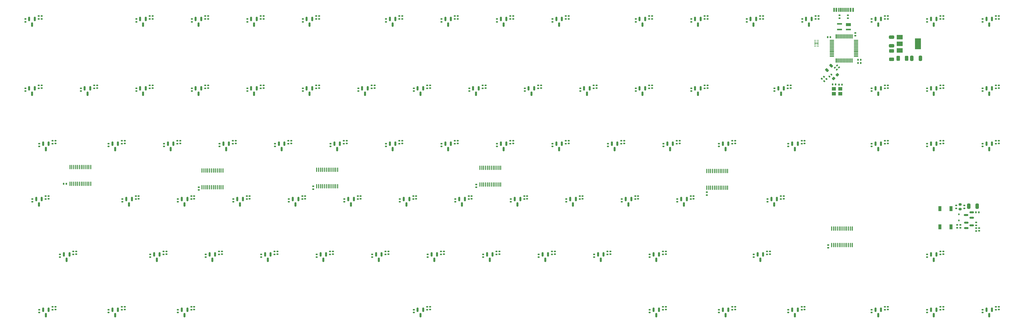
<source format=gbr>
%TF.GenerationSoftware,KiCad,Pcbnew,7.0.6*%
%TF.CreationDate,2024-01-18T22:37:56+01:00*%
%TF.ProjectId,Arius8X-HE,41726975-7338-4582-9d48-452e6b696361,rev?*%
%TF.SameCoordinates,Original*%
%TF.FileFunction,Paste,Bot*%
%TF.FilePolarity,Positive*%
%FSLAX46Y46*%
G04 Gerber Fmt 4.6, Leading zero omitted, Abs format (unit mm)*
G04 Created by KiCad (PCBNEW 7.0.6) date 2024-01-18 22:37:56*
%MOMM*%
%LPD*%
G01*
G04 APERTURE LIST*
G04 Aperture macros list*
%AMRoundRect*
0 Rectangle with rounded corners*
0 $1 Rounding radius*
0 $2 $3 $4 $5 $6 $7 $8 $9 X,Y pos of 4 corners*
0 Add a 4 corners polygon primitive as box body*
4,1,4,$2,$3,$4,$5,$6,$7,$8,$9,$2,$3,0*
0 Add four circle primitives for the rounded corners*
1,1,$1+$1,$2,$3*
1,1,$1+$1,$4,$5*
1,1,$1+$1,$6,$7*
1,1,$1+$1,$8,$9*
0 Add four rect primitives between the rounded corners*
20,1,$1+$1,$2,$3,$4,$5,0*
20,1,$1+$1,$4,$5,$6,$7,0*
20,1,$1+$1,$6,$7,$8,$9,0*
20,1,$1+$1,$8,$9,$2,$3,0*%
G04 Aperture macros list end*
%ADD10R,1.700000X1.000000*%
%ADD11R,1.700000X0.600000*%
%ADD12RoundRect,0.150000X-0.150000X0.587500X-0.150000X-0.587500X0.150000X-0.587500X0.150000X0.587500X0*%
%ADD13RoundRect,0.135000X-0.185000X0.135000X-0.185000X-0.135000X0.185000X-0.135000X0.185000X0.135000X0*%
%ADD14RoundRect,0.140000X-0.170000X0.140000X-0.170000X-0.140000X0.170000X-0.140000X0.170000X0.140000X0*%
%ADD15RoundRect,0.250000X-0.325000X-0.650000X0.325000X-0.650000X0.325000X0.650000X-0.325000X0.650000X0*%
%ADD16RoundRect,0.140000X0.170000X-0.140000X0.170000X0.140000X-0.170000X0.140000X-0.170000X-0.140000X0*%
%ADD17RoundRect,0.140000X0.140000X0.170000X-0.140000X0.170000X-0.140000X-0.170000X0.140000X-0.170000X0*%
%ADD18RoundRect,0.140000X0.021213X-0.219203X0.219203X-0.021213X-0.021213X0.219203X-0.219203X0.021213X0*%
%ADD19RoundRect,0.140000X-0.219203X-0.021213X-0.021213X-0.219203X0.219203X0.021213X0.021213X0.219203X0*%
%ADD20RoundRect,0.150000X-0.587500X-0.150000X0.587500X-0.150000X0.587500X0.150000X-0.587500X0.150000X0*%
%ADD21RoundRect,0.135000X0.185000X-0.135000X0.185000X0.135000X-0.185000X0.135000X-0.185000X-0.135000X0*%
%ADD22R,0.675000X0.200000*%
%ADD23R,0.775000X0.400000*%
%ADD24R,2.000000X1.500000*%
%ADD25R,2.000000X3.800000*%
%ADD26R,1.000000X1.700000*%
%ADD27RoundRect,0.100000X-0.100000X0.637500X-0.100000X-0.637500X0.100000X-0.637500X0.100000X0.637500X0*%
%ADD28RoundRect,0.250000X0.325000X0.650000X-0.325000X0.650000X-0.325000X-0.650000X0.325000X-0.650000X0*%
%ADD29R,1.400000X1.200000*%
%ADD30RoundRect,0.140000X-0.140000X-0.170000X0.140000X-0.170000X0.140000X0.170000X-0.140000X0.170000X0*%
%ADD31RoundRect,0.135000X0.035355X-0.226274X0.226274X-0.035355X-0.035355X0.226274X-0.226274X0.035355X0*%
%ADD32RoundRect,0.075000X0.075000X-0.662500X0.075000X0.662500X-0.075000X0.662500X-0.075000X-0.662500X0*%
%ADD33RoundRect,0.075000X0.662500X-0.075000X0.662500X0.075000X-0.662500X0.075000X-0.662500X-0.075000X0*%
%ADD34RoundRect,0.237500X0.008839X0.344715X-0.344715X-0.008839X-0.008839X-0.344715X0.344715X0.008839X0*%
%ADD35RoundRect,0.135000X-0.135000X-0.185000X0.135000X-0.185000X0.135000X0.185000X-0.135000X0.185000X0*%
%ADD36R,0.600000X1.450000*%
%ADD37R,0.300000X1.450000*%
%ADD38RoundRect,0.150000X0.587500X0.150000X-0.587500X0.150000X-0.587500X-0.150000X0.587500X-0.150000X0*%
%ADD39RoundRect,0.218750X0.114905X-0.424264X0.424264X-0.114905X-0.114905X0.424264X-0.424264X0.114905X0*%
%ADD40RoundRect,0.112500X-0.112500X0.187500X-0.112500X-0.187500X0.112500X-0.187500X0.112500X0.187500X0*%
%ADD41RoundRect,0.200000X0.275000X-0.200000X0.275000X0.200000X-0.275000X0.200000X-0.275000X-0.200000X0*%
%ADD42RoundRect,0.250000X-0.650000X0.325000X-0.650000X-0.325000X0.650000X-0.325000X0.650000X0.325000X0*%
%ADD43RoundRect,0.135000X-0.035355X0.226274X-0.226274X0.035355X0.035355X-0.226274X0.226274X-0.035355X0*%
%ADD44RoundRect,0.250000X-0.625000X0.312500X-0.625000X-0.312500X0.625000X-0.312500X0.625000X0.312500X0*%
%ADD45RoundRect,0.250000X0.312500X0.625000X-0.312500X0.625000X-0.312500X-0.625000X0.312500X-0.625000X0*%
G04 APERTURE END LIST*
D10*
%TO.C,U9*%
X332320000Y-77970000D03*
D11*
X332320000Y-79670000D03*
X329320000Y-79670000D03*
X329320000Y-77770000D03*
%TD*%
D12*
%TO.C,HALL34*%
X55892500Y-118945000D03*
X56842500Y-120820000D03*
X57792500Y-118945000D03*
%TD*%
D13*
%TO.C,R87*%
X363942500Y-175075000D03*
X363942500Y-176095000D03*
%TD*%
D14*
%TO.C,C104*%
X236355000Y-117925000D03*
X236355000Y-118885000D03*
%TD*%
D12*
%TO.C,HALL13*%
X317830000Y-76082500D03*
X318780000Y-77957500D03*
X319730000Y-76082500D03*
%TD*%
%TO.C,HALL17*%
X51130000Y-99895000D03*
X52080000Y-101770000D03*
X53030000Y-99895000D03*
%TD*%
D15*
%TO.C,C191*%
X373635000Y-140462000D03*
X376585000Y-140462000D03*
%TD*%
D13*
%TO.C,R15*%
X321080000Y-75062500D03*
X321080000Y-76082500D03*
%TD*%
D14*
%TO.C,C182*%
X293505000Y-175075000D03*
X293505000Y-176035000D03*
%TD*%
D13*
%TO.C,R27*%
X206780000Y-98875000D03*
X206780000Y-99895000D03*
%TD*%
D14*
%TO.C,C108*%
X274455000Y-117925000D03*
X274455000Y-118885000D03*
%TD*%
D12*
%TO.C,HALL55*%
X141617500Y-137995000D03*
X142567500Y-139870000D03*
X143517500Y-137995000D03*
%TD*%
%TO.C,HALL32*%
X360692500Y-99895000D03*
X361642500Y-101770000D03*
X362592500Y-99895000D03*
%TD*%
D16*
%TO.C,C185*%
X340292500Y-177055000D03*
X340292500Y-176095000D03*
%TD*%
D14*
%TO.C,C66*%
X188730000Y-98875000D03*
X188730000Y-99835000D03*
%TD*%
D16*
%TO.C,C103*%
X230755000Y-119905000D03*
X230755000Y-118945000D03*
%TD*%
D13*
%TO.C,R8*%
X178205000Y-75062500D03*
X178205000Y-76082500D03*
%TD*%
D16*
%TO.C,C83*%
X378392500Y-100855000D03*
X378392500Y-99895000D03*
%TD*%
D12*
%TO.C,HALL77*%
X55892500Y-176095000D03*
X56842500Y-177970000D03*
X57792500Y-176095000D03*
%TD*%
D16*
%TO.C,C111*%
X311717500Y-119905000D03*
X311717500Y-118945000D03*
%TD*%
D13*
%TO.C,R60*%
X202017500Y-136975000D03*
X202017500Y-137995000D03*
%TD*%
D14*
%TO.C,C122*%
X88717500Y-136975000D03*
X88717500Y-137935000D03*
%TD*%
D13*
%TO.C,R66*%
X66286250Y-156025000D03*
X66286250Y-157045000D03*
%TD*%
D12*
%TO.C,HALL4*%
X127330000Y-76082500D03*
X128280000Y-77957500D03*
X129230000Y-76082500D03*
%TD*%
D16*
%TO.C,C143*%
X304573750Y-138955000D03*
X304573750Y-137995000D03*
%TD*%
D14*
%TO.C,C64*%
X169680000Y-98875000D03*
X169680000Y-99835000D03*
%TD*%
D13*
%TO.C,R38*%
X102005000Y-117925000D03*
X102005000Y-118945000D03*
%TD*%
D14*
%TO.C,C166*%
X269692500Y-156025000D03*
X269692500Y-156985000D03*
%TD*%
D13*
%TO.C,R48*%
X292505000Y-117925000D03*
X292505000Y-118945000D03*
%TD*%
D16*
%TO.C,C121*%
X83117500Y-138955000D03*
X83117500Y-137995000D03*
%TD*%
D17*
%TO.C,C6*%
X326180000Y-82350000D03*
X325220000Y-82350000D03*
%TD*%
D14*
%TO.C,C176*%
X107767500Y-175075000D03*
X107767500Y-176035000D03*
%TD*%
D16*
%TO.C,C45*%
X340292500Y-77042500D03*
X340292500Y-76082500D03*
%TD*%
D12*
%TO.C,HALL59*%
X217817500Y-137995000D03*
X218767500Y-139870000D03*
X219717500Y-137995000D03*
%TD*%
D16*
%TO.C,C169*%
X359342500Y-158005000D03*
X359342500Y-157045000D03*
%TD*%
%TO.C,C91*%
X116455000Y-119905000D03*
X116455000Y-118945000D03*
%TD*%
D14*
%TO.C,C114*%
X345892500Y-117925000D03*
X345892500Y-118885000D03*
%TD*%
D16*
%TO.C,C157*%
X187892500Y-158005000D03*
X187892500Y-157045000D03*
%TD*%
D12*
%TO.C,HALL86*%
X379742500Y-176095000D03*
X380692500Y-177970000D03*
X381642500Y-176095000D03*
%TD*%
%TO.C,HALL8*%
X213055000Y-76082500D03*
X214005000Y-77957500D03*
X214955000Y-76082500D03*
%TD*%
D18*
%TO.C,C11*%
X325835589Y-95864411D03*
X326514411Y-95185589D03*
%TD*%
D16*
%TO.C,C89*%
X97405000Y-119905000D03*
X97405000Y-118945000D03*
%TD*%
D14*
%TO.C,C96*%
X160155000Y-117925000D03*
X160155000Y-118885000D03*
%TD*%
D13*
%TO.C,R9*%
X197255000Y-75062500D03*
X197255000Y-76082500D03*
%TD*%
D16*
%TO.C,C129*%
X159317500Y-138955000D03*
X159317500Y-137995000D03*
%TD*%
D13*
%TO.C,R46*%
X254405000Y-117925000D03*
X254405000Y-118945000D03*
%TD*%
D14*
%TO.C,C86*%
X60142500Y-117925000D03*
X60142500Y-118885000D03*
%TD*%
D13*
%TO.C,R20*%
X73430000Y-98875000D03*
X73430000Y-99895000D03*
%TD*%
D12*
%TO.C,HALL64*%
X63036250Y-157045000D03*
X63986250Y-158920000D03*
X64936250Y-157045000D03*
%TD*%
D16*
%TO.C,C41*%
X297430000Y-77042500D03*
X297430000Y-76082500D03*
%TD*%
D14*
%TO.C,C34*%
X217305000Y-75062500D03*
X217305000Y-76022500D03*
%TD*%
D12*
%TO.C,HALL35*%
X79705000Y-118945000D03*
X80655000Y-120820000D03*
X81605000Y-118945000D03*
%TD*%
D14*
%TO.C,C17*%
X109370000Y-133950000D03*
X109370000Y-134910000D03*
%TD*%
D12*
%TO.C,HALL42*%
X213055000Y-118945000D03*
X214005000Y-120820000D03*
X214955000Y-118945000D03*
%TD*%
D19*
%TO.C,C9*%
X328485589Y-92085589D03*
X329164411Y-92764411D03*
%TD*%
D12*
%TO.C,HALL21*%
X127330000Y-99895000D03*
X128280000Y-101770000D03*
X129230000Y-99895000D03*
%TD*%
D14*
%TO.C,C130*%
X164917500Y-136975000D03*
X164917500Y-137935000D03*
%TD*%
D12*
%TO.C,HALL3*%
X108280000Y-76082500D03*
X109230000Y-77957500D03*
X110180000Y-76082500D03*
%TD*%
D13*
%TO.C,R39*%
X121055000Y-117925000D03*
X121055000Y-118945000D03*
%TD*%
D14*
%TO.C,C124*%
X107767500Y-136975000D03*
X107767500Y-137935000D03*
%TD*%
D13*
%TO.C,R17*%
X363942500Y-75062500D03*
X363942500Y-76082500D03*
%TD*%
D14*
%TO.C,C58*%
X112530000Y-98875000D03*
X112530000Y-99835000D03*
%TD*%
D20*
%TO.C,Q2*%
X372802500Y-148016000D03*
X372802500Y-146116000D03*
X374677500Y-147066000D03*
%TD*%
D12*
%TO.C,HALL20*%
X108280000Y-99895000D03*
X109230000Y-101770000D03*
X110180000Y-99895000D03*
%TD*%
D16*
%TO.C,C147*%
X92642500Y-158005000D03*
X92642500Y-157045000D03*
%TD*%
D19*
%TO.C,C10*%
X327735589Y-92835589D03*
X328414411Y-93514411D03*
%TD*%
D16*
%TO.C,C155*%
X168842500Y-158005000D03*
X168842500Y-157045000D03*
%TD*%
%TO.C,C73*%
X259330000Y-100855000D03*
X259330000Y-99895000D03*
%TD*%
D21*
%TO.C,R2*%
X332210000Y-75800000D03*
X332210000Y-74780000D03*
%TD*%
D16*
%TO.C,C131*%
X178367500Y-138955000D03*
X178367500Y-137995000D03*
%TD*%
D13*
%TO.C,R34*%
X363942500Y-98875000D03*
X363942500Y-99895000D03*
%TD*%
D16*
%TO.C,C105*%
X249805000Y-119905000D03*
X249805000Y-118945000D03*
%TD*%
D14*
%TO.C,C102*%
X217305000Y-117925000D03*
X217305000Y-118885000D03*
%TD*%
D12*
%TO.C,HALL2*%
X89230000Y-76082500D03*
X90180000Y-77957500D03*
X91130000Y-76082500D03*
%TD*%
D13*
%TO.C,R45*%
X235355000Y-117925000D03*
X235355000Y-118945000D03*
%TD*%
D14*
%TO.C,C24*%
X112530000Y-75062500D03*
X112530000Y-76022500D03*
%TD*%
D13*
%TO.C,R36*%
X59142500Y-117925000D03*
X59142500Y-118945000D03*
%TD*%
D14*
%TO.C,C164*%
X250642500Y-156025000D03*
X250642500Y-156985000D03*
%TD*%
D12*
%TO.C,HALL38*%
X136855000Y-118945000D03*
X137805000Y-120820000D03*
X138755000Y-118945000D03*
%TD*%
%TO.C,HALL83*%
X313067500Y-176095000D03*
X314017500Y-177970000D03*
X314967500Y-176095000D03*
%TD*%
D22*
%TO.C,U1*%
X320950000Y-85440000D03*
X320950000Y-84940000D03*
D23*
X321000000Y-84440000D03*
D22*
X320950000Y-83940000D03*
X320950000Y-83440000D03*
X321825000Y-83440000D03*
X321825000Y-83940000D03*
D23*
X321775000Y-84440000D03*
D22*
X321825000Y-84940000D03*
X321825000Y-85440000D03*
%TD*%
D12*
%TO.C,HALL65*%
X93992500Y-157045000D03*
X94942500Y-158920000D03*
X95892500Y-157045000D03*
%TD*%
D13*
%TO.C,R72*%
X192492500Y-156025000D03*
X192492500Y-157045000D03*
%TD*%
D24*
%TO.C,U10*%
X349943750Y-86875000D03*
X349943750Y-84575000D03*
D25*
X356243750Y-84575000D03*
D24*
X349943750Y-82275000D03*
%TD*%
D13*
%TO.C,R49*%
X316317500Y-117925000D03*
X316317500Y-118945000D03*
%TD*%
D12*
%TO.C,HALL85*%
X360692500Y-176095000D03*
X361642500Y-177970000D03*
X362592500Y-176095000D03*
%TD*%
D21*
%TO.C,R1*%
X329320000Y-75800000D03*
X329320000Y-74780000D03*
%TD*%
D13*
%TO.C,R61*%
X221067500Y-136975000D03*
X221067500Y-137995000D03*
%TD*%
D12*
%TO.C,HALL40*%
X174955000Y-118945000D03*
X175905000Y-120820000D03*
X176855000Y-118945000D03*
%TD*%
D16*
%TO.C,C153*%
X149792500Y-158005000D03*
X149792500Y-157045000D03*
%TD*%
D12*
%TO.C,HALL47*%
X313067500Y-118945000D03*
X314017500Y-120820000D03*
X314967500Y-118945000D03*
%TD*%
%TO.C,HALL7*%
X194005000Y-76082500D03*
X194955000Y-77957500D03*
X195905000Y-76082500D03*
%TD*%
D14*
%TO.C,C78*%
X312555000Y-98875000D03*
X312555000Y-99835000D03*
%TD*%
D16*
%TO.C,C151*%
X130742500Y-158005000D03*
X130742500Y-157045000D03*
%TD*%
%TO.C,C27*%
X145030000Y-77042500D03*
X145030000Y-76082500D03*
%TD*%
D13*
%TO.C,R77*%
X304411250Y-156025000D03*
X304411250Y-157045000D03*
%TD*%
%TO.C,R63*%
X259167500Y-136975000D03*
X259167500Y-137995000D03*
%TD*%
D12*
%TO.C,HALL81*%
X265442500Y-176095000D03*
X266392500Y-177970000D03*
X267342500Y-176095000D03*
%TD*%
D16*
%TO.C,C135*%
X216467500Y-138955000D03*
X216467500Y-137995000D03*
%TD*%
%TO.C,C53*%
X68830000Y-100855000D03*
X68830000Y-99895000D03*
%TD*%
%TO.C,C79*%
X340292500Y-100855000D03*
X340292500Y-99895000D03*
%TD*%
D13*
%TO.C,R50*%
X344892500Y-117925000D03*
X344892500Y-118945000D03*
%TD*%
D26*
%TO.C,SW1*%
X363790000Y-141320000D03*
X363790000Y-147620000D03*
X367590000Y-141320000D03*
X367590000Y-147620000D03*
%TD*%
D13*
%TO.C,R44*%
X216305000Y-117925000D03*
X216305000Y-118945000D03*
%TD*%
D16*
%TO.C,C67*%
X202180000Y-100855000D03*
X202180000Y-99895000D03*
%TD*%
D14*
%TO.C,C92*%
X122055000Y-117925000D03*
X122055000Y-118885000D03*
%TD*%
%TO.C,C80*%
X345892500Y-98875000D03*
X345892500Y-99835000D03*
%TD*%
D12*
%TO.C,HALL79*%
X103517500Y-176095000D03*
X104467500Y-177970000D03*
X105417500Y-176095000D03*
%TD*%
D27*
%TO.C,U4*%
X110480000Y-128225000D03*
X111130000Y-128225000D03*
X111780000Y-128225000D03*
X112430000Y-128225000D03*
X113080000Y-128225000D03*
X113730000Y-128225000D03*
X114380000Y-128225000D03*
X115030000Y-128225000D03*
X115680000Y-128225000D03*
X116330000Y-128225000D03*
X116980000Y-128225000D03*
X117630000Y-128225000D03*
X117630000Y-133950000D03*
X116980000Y-133950000D03*
X116330000Y-133950000D03*
X115680000Y-133950000D03*
X115030000Y-133950000D03*
X114380000Y-133950000D03*
X113730000Y-133950000D03*
X113080000Y-133950000D03*
X112430000Y-133950000D03*
X111780000Y-133950000D03*
X111130000Y-133950000D03*
X110480000Y-133950000D03*
%TD*%
D13*
%TO.C,R69*%
X135342500Y-156025000D03*
X135342500Y-157045000D03*
%TD*%
D14*
%TO.C,C94*%
X141105000Y-117925000D03*
X141105000Y-118885000D03*
%TD*%
D27*
%TO.C,U7*%
X283750000Y-128375000D03*
X284400000Y-128375000D03*
X285050000Y-128375000D03*
X285700000Y-128375000D03*
X286350000Y-128375000D03*
X287000000Y-128375000D03*
X287650000Y-128375000D03*
X288300000Y-128375000D03*
X288950000Y-128375000D03*
X289600000Y-128375000D03*
X290250000Y-128375000D03*
X290900000Y-128375000D03*
X290900000Y-134100000D03*
X290250000Y-134100000D03*
X289600000Y-134100000D03*
X288950000Y-134100000D03*
X288300000Y-134100000D03*
X287650000Y-134100000D03*
X287000000Y-134100000D03*
X286350000Y-134100000D03*
X285700000Y-134100000D03*
X285050000Y-134100000D03*
X284400000Y-134100000D03*
X283750000Y-134100000D03*
%TD*%
D12*
%TO.C,HALL15*%
X360692500Y-76082500D03*
X361642500Y-77957500D03*
X362592500Y-76082500D03*
%TD*%
D16*
%TO.C,C179*%
X264092500Y-177055000D03*
X264092500Y-176095000D03*
%TD*%
D13*
%TO.C,R74*%
X230592500Y-156025000D03*
X230592500Y-157045000D03*
%TD*%
D28*
%TO.C,C2*%
X357075000Y-89600000D03*
X354125000Y-89600000D03*
%TD*%
D14*
%TO.C,C60*%
X131580000Y-98875000D03*
X131580000Y-99835000D03*
%TD*%
D12*
%TO.C,HALL25*%
X203530000Y-99895000D03*
X204480000Y-101770000D03*
X205430000Y-99895000D03*
%TD*%
D14*
%TO.C,C26*%
X131580000Y-75062500D03*
X131580000Y-76022500D03*
%TD*%
D12*
%TO.C,HALL58*%
X198767500Y-137995000D03*
X199717500Y-139870000D03*
X200667500Y-137995000D03*
%TD*%
D29*
%TO.C,Y1*%
X329522500Y-101777500D03*
X327322500Y-101777500D03*
X327322500Y-100077500D03*
X329522500Y-100077500D03*
%TD*%
D16*
%TO.C,C7*%
X334700000Y-81825000D03*
X334700000Y-80865000D03*
%TD*%
D13*
%TO.C,R23*%
X130580000Y-98875000D03*
X130580000Y-99895000D03*
%TD*%
D16*
%TO.C,C187*%
X359342500Y-177055000D03*
X359342500Y-176095000D03*
%TD*%
D14*
%TO.C,C20*%
X55380000Y-75062500D03*
X55380000Y-76022500D03*
%TD*%
D16*
%TO.C,C109*%
X287905000Y-119905000D03*
X287905000Y-118945000D03*
%TD*%
D14*
%TO.C,C70*%
X226830000Y-98875000D03*
X226830000Y-99835000D03*
%TD*%
D30*
%TO.C,C8*%
X335645000Y-90100000D03*
X336605000Y-90100000D03*
%TD*%
D16*
%TO.C,C113*%
X340292500Y-119905000D03*
X340292500Y-118945000D03*
%TD*%
D27*
%TO.C,U5*%
X149850000Y-127925000D03*
X150500000Y-127925000D03*
X151150000Y-127925000D03*
X151800000Y-127925000D03*
X152450000Y-127925000D03*
X153100000Y-127925000D03*
X153750000Y-127925000D03*
X154400000Y-127925000D03*
X155050000Y-127925000D03*
X155700000Y-127925000D03*
X156350000Y-127925000D03*
X157000000Y-127925000D03*
X157000000Y-133650000D03*
X156350000Y-133650000D03*
X155700000Y-133650000D03*
X155050000Y-133650000D03*
X154400000Y-133650000D03*
X153750000Y-133650000D03*
X153100000Y-133650000D03*
X152450000Y-133650000D03*
X151800000Y-133650000D03*
X151150000Y-133650000D03*
X150500000Y-133650000D03*
X149850000Y-133650000D03*
%TD*%
D16*
%TO.C,C101*%
X211705000Y-119905000D03*
X211705000Y-118945000D03*
%TD*%
D13*
%TO.C,R13*%
X282980000Y-75062500D03*
X282980000Y-76082500D03*
%TD*%
%TO.C,R67*%
X97242500Y-156025000D03*
X97242500Y-157045000D03*
%TD*%
D16*
%TO.C,C97*%
X173605000Y-119905000D03*
X173605000Y-118945000D03*
%TD*%
D14*
%TO.C,C82*%
X364942500Y-98875000D03*
X364942500Y-99835000D03*
%TD*%
D13*
%TO.C,R64*%
X278217500Y-136975000D03*
X278217500Y-137995000D03*
%TD*%
D14*
%TO.C,C144*%
X310173750Y-136975000D03*
X310173750Y-137935000D03*
%TD*%
D31*
%TO.C,R97*%
X323214376Y-96635624D03*
X323935624Y-95914376D03*
%TD*%
D12*
%TO.C,HALL84*%
X341642500Y-176095000D03*
X342592500Y-177970000D03*
X343542500Y-176095000D03*
%TD*%
D16*
%TO.C,C31*%
X192655000Y-77042500D03*
X192655000Y-76082500D03*
%TD*%
D13*
%TO.C,R14*%
X302030000Y-75062500D03*
X302030000Y-76082500D03*
%TD*%
D14*
%TO.C,C14*%
X204590000Y-133000000D03*
X204590000Y-133960000D03*
%TD*%
D16*
%TO.C,C139*%
X254567500Y-138955000D03*
X254567500Y-137995000D03*
%TD*%
D14*
%TO.C,C118*%
X383992500Y-117925000D03*
X383992500Y-118885000D03*
%TD*%
%TO.C,C30*%
X179205000Y-75062500D03*
X179205000Y-76022500D03*
%TD*%
%TO.C,C36*%
X236355000Y-75062500D03*
X236355000Y-76022500D03*
%TD*%
%TO.C,C52*%
X55380000Y-98875000D03*
X55380000Y-99835000D03*
%TD*%
%TO.C,C162*%
X231592500Y-156025000D03*
X231592500Y-156985000D03*
%TD*%
D13*
%TO.C,R90*%
X369350000Y-140230000D03*
X369350000Y-141250000D03*
%TD*%
%TO.C,R81*%
X106767500Y-175075000D03*
X106767500Y-176095000D03*
%TD*%
D16*
%TO.C,C173*%
X78355000Y-177055000D03*
X78355000Y-176095000D03*
%TD*%
D12*
%TO.C,HALL71*%
X208292500Y-157045000D03*
X209242500Y-158920000D03*
X210192500Y-157045000D03*
%TD*%
D27*
%TO.C,U8*%
X326580000Y-148142500D03*
X327230000Y-148142500D03*
X327880000Y-148142500D03*
X328530000Y-148142500D03*
X329180000Y-148142500D03*
X329830000Y-148142500D03*
X330480000Y-148142500D03*
X331130000Y-148142500D03*
X331780000Y-148142500D03*
X332430000Y-148142500D03*
X333080000Y-148142500D03*
X333730000Y-148142500D03*
X333730000Y-153867500D03*
X333080000Y-153867500D03*
X332430000Y-153867500D03*
X331780000Y-153867500D03*
X331130000Y-153867500D03*
X330480000Y-153867500D03*
X329830000Y-153867500D03*
X329180000Y-153867500D03*
X328530000Y-153867500D03*
X327880000Y-153867500D03*
X327230000Y-153867500D03*
X326580000Y-153867500D03*
%TD*%
D13*
%TO.C,R10*%
X216305000Y-75062500D03*
X216305000Y-76082500D03*
%TD*%
%TO.C,R41*%
X159155000Y-117925000D03*
X159155000Y-118945000D03*
%TD*%
D12*
%TO.C,HALL80*%
X184480000Y-176095000D03*
X185430000Y-177970000D03*
X186380000Y-176095000D03*
%TD*%
%TO.C,HALL14*%
X341642500Y-76082500D03*
X342592500Y-77957500D03*
X343542500Y-76082500D03*
%TD*%
D14*
%TO.C,C76*%
X283980000Y-98875000D03*
X283980000Y-99835000D03*
%TD*%
D12*
%TO.C,HALL43*%
X232105000Y-118945000D03*
X233055000Y-120820000D03*
X234005000Y-118945000D03*
%TD*%
D13*
%TO.C,R94*%
X376210000Y-147990000D03*
X376210000Y-149010000D03*
%TD*%
D14*
%TO.C,C170*%
X364942500Y-156025000D03*
X364942500Y-156985000D03*
%TD*%
D13*
%TO.C,R51*%
X363942500Y-117925000D03*
X363942500Y-118945000D03*
%TD*%
D16*
%TO.C,C33*%
X211705000Y-77042500D03*
X211705000Y-76082500D03*
%TD*%
D12*
%TO.C,HALL30*%
X308305000Y-99895000D03*
X309255000Y-101770000D03*
X310205000Y-99895000D03*
%TD*%
D16*
%TO.C,C69*%
X221230000Y-100855000D03*
X221230000Y-99895000D03*
%TD*%
D32*
%TO.C,U2*%
X333580000Y-90345000D03*
X333080000Y-90345000D03*
X332580000Y-90345000D03*
X332080000Y-90345000D03*
X331580000Y-90345000D03*
X331080000Y-90345000D03*
X330580000Y-90345000D03*
X330080000Y-90345000D03*
X329580000Y-90345000D03*
X329080000Y-90345000D03*
X328580000Y-90345000D03*
X328080000Y-90345000D03*
D33*
X326667500Y-88932500D03*
X326667500Y-88432500D03*
X326667500Y-87932500D03*
X326667500Y-87432500D03*
X326667500Y-86932500D03*
X326667500Y-86432500D03*
X326667500Y-85932500D03*
X326667500Y-85432500D03*
X326667500Y-84932500D03*
X326667500Y-84432500D03*
X326667500Y-83932500D03*
X326667500Y-83432500D03*
D32*
X328080000Y-82020000D03*
X328580000Y-82020000D03*
X329080000Y-82020000D03*
X329580000Y-82020000D03*
X330080000Y-82020000D03*
X330580000Y-82020000D03*
X331080000Y-82020000D03*
X331580000Y-82020000D03*
X332080000Y-82020000D03*
X332580000Y-82020000D03*
X333080000Y-82020000D03*
X333580000Y-82020000D03*
D33*
X334992500Y-83432500D03*
X334992500Y-83932500D03*
X334992500Y-84432500D03*
X334992500Y-84932500D03*
X334992500Y-85432500D03*
X334992500Y-85932500D03*
X334992500Y-86432500D03*
X334992500Y-86932500D03*
X334992500Y-87432500D03*
X334992500Y-87932500D03*
X334992500Y-88432500D03*
X334992500Y-88932500D03*
%TD*%
D12*
%TO.C,HALL41*%
X194005000Y-118945000D03*
X194955000Y-120820000D03*
X195905000Y-118945000D03*
%TD*%
D14*
%TO.C,C15*%
X325390000Y-153867500D03*
X325390000Y-154827500D03*
%TD*%
D12*
%TO.C,HALL16*%
X379742500Y-76082500D03*
X380692500Y-77957500D03*
X381642500Y-76082500D03*
%TD*%
D14*
%TO.C,C54*%
X74430000Y-98875000D03*
X74430000Y-99835000D03*
%TD*%
D13*
%TO.C,R32*%
X311555000Y-98875000D03*
X311555000Y-99895000D03*
%TD*%
D14*
%TO.C,C42*%
X303030000Y-75062500D03*
X303030000Y-76022500D03*
%TD*%
D16*
%TO.C,C181*%
X287905000Y-177055000D03*
X287905000Y-176095000D03*
%TD*%
%TO.C,C85*%
X54542500Y-119905000D03*
X54542500Y-118945000D03*
%TD*%
D17*
%TO.C,C4*%
X327927500Y-98602500D03*
X326967500Y-98602500D03*
%TD*%
D16*
%TO.C,C141*%
X273617500Y-138955000D03*
X273617500Y-137995000D03*
%TD*%
D27*
%TO.C,U6*%
X205850000Y-127275000D03*
X206500000Y-127275000D03*
X207150000Y-127275000D03*
X207800000Y-127275000D03*
X208450000Y-127275000D03*
X209100000Y-127275000D03*
X209750000Y-127275000D03*
X210400000Y-127275000D03*
X211050000Y-127275000D03*
X211700000Y-127275000D03*
X212350000Y-127275000D03*
X213000000Y-127275000D03*
X213000000Y-133000000D03*
X212350000Y-133000000D03*
X211700000Y-133000000D03*
X211050000Y-133000000D03*
X210400000Y-133000000D03*
X209750000Y-133000000D03*
X209100000Y-133000000D03*
X208450000Y-133000000D03*
X207800000Y-133000000D03*
X207150000Y-133000000D03*
X206500000Y-133000000D03*
X205850000Y-133000000D03*
%TD*%
D16*
%TO.C,C93*%
X135505000Y-119905000D03*
X135505000Y-118945000D03*
%TD*%
D34*
%TO.C,R105*%
X328542735Y-95282265D03*
X327252265Y-96572735D03*
%TD*%
D13*
%TO.C,R57*%
X144867500Y-136975000D03*
X144867500Y-137995000D03*
%TD*%
D16*
%TO.C,C107*%
X268855000Y-119905000D03*
X268855000Y-118945000D03*
%TD*%
D14*
%TO.C,C100*%
X198255000Y-117925000D03*
X198255000Y-118885000D03*
%TD*%
%TO.C,C110*%
X293505000Y-117925000D03*
X293505000Y-118885000D03*
%TD*%
D35*
%TO.C,R93*%
X376150000Y-142600000D03*
X377170000Y-142600000D03*
%TD*%
D16*
%TO.C,C35*%
X230755000Y-77042500D03*
X230755000Y-76082500D03*
%TD*%
D14*
%TO.C,C116*%
X364942500Y-117925000D03*
X364942500Y-118885000D03*
%TD*%
D16*
%TO.C,C29*%
X173605000Y-77042500D03*
X173605000Y-76082500D03*
%TD*%
D30*
%TO.C,C5*%
X335645000Y-91175000D03*
X336605000Y-91175000D03*
%TD*%
D16*
%TO.C,C25*%
X125980000Y-77042500D03*
X125980000Y-76082500D03*
%TD*%
D12*
%TO.C,HALL27*%
X241630000Y-99895000D03*
X242580000Y-101770000D03*
X243530000Y-99895000D03*
%TD*%
D14*
%TO.C,C188*%
X364942500Y-175075000D03*
X364942500Y-176035000D03*
%TD*%
%TO.C,C178*%
X188730000Y-175075000D03*
X188730000Y-176035000D03*
%TD*%
D13*
%TO.C,R68*%
X116292500Y-156025000D03*
X116292500Y-157045000D03*
%TD*%
D16*
%TO.C,C87*%
X78355000Y-119905000D03*
X78355000Y-118945000D03*
%TD*%
D13*
%TO.C,R65*%
X309173750Y-136975000D03*
X309173750Y-137995000D03*
%TD*%
D36*
%TO.C,J1*%
X327436742Y-72892386D03*
X328236742Y-72892386D03*
D37*
X329436742Y-72892386D03*
X330436742Y-72892386D03*
X330936742Y-72892386D03*
X331936742Y-72892386D03*
D36*
X333136742Y-72892386D03*
X333936742Y-72892386D03*
X333936742Y-72892386D03*
X333136742Y-72892386D03*
D37*
X332436742Y-72892386D03*
X331436742Y-72892386D03*
X329936742Y-72892386D03*
X328936742Y-72892386D03*
D36*
X328236742Y-72892386D03*
X327436742Y-72892386D03*
%TD*%
D12*
%TO.C,HALL22*%
X146380000Y-99895000D03*
X147330000Y-101770000D03*
X148280000Y-99895000D03*
%TD*%
D14*
%TO.C,C84*%
X383992500Y-98875000D03*
X383992500Y-99835000D03*
%TD*%
%TO.C,C190*%
X383992500Y-175075000D03*
X383992500Y-176035000D03*
%TD*%
%TO.C,C174*%
X83955000Y-175075000D03*
X83955000Y-176035000D03*
%TD*%
%TO.C,C128*%
X145867500Y-136975000D03*
X145867500Y-137935000D03*
%TD*%
D13*
%TO.C,R25*%
X168680000Y-98875000D03*
X168680000Y-99895000D03*
%TD*%
%TO.C,R43*%
X197255000Y-117925000D03*
X197255000Y-118945000D03*
%TD*%
D14*
%TO.C,C180*%
X269692500Y-175075000D03*
X269692500Y-176035000D03*
%TD*%
D12*
%TO.C,HALL75*%
X301161250Y-157045000D03*
X302111250Y-158920000D03*
X303061250Y-157045000D03*
%TD*%
%TO.C,HALL67*%
X132092500Y-157045000D03*
X133042500Y-158920000D03*
X133992500Y-157045000D03*
%TD*%
%TO.C,HALL72*%
X227342500Y-157045000D03*
X228292500Y-158920000D03*
X229242500Y-157045000D03*
%TD*%
%TO.C,HALL1*%
X51130000Y-76082500D03*
X52080000Y-77957500D03*
X53030000Y-76082500D03*
%TD*%
D17*
%TO.C,C3*%
X330127500Y-98612500D03*
X329167500Y-98612500D03*
%TD*%
D14*
%TO.C,C48*%
X364942500Y-75062500D03*
X364942500Y-76022500D03*
%TD*%
D12*
%TO.C,HALL76*%
X360692500Y-157045000D03*
X361642500Y-158920000D03*
X362592500Y-157045000D03*
%TD*%
D16*
%TO.C,C177*%
X183130000Y-177055000D03*
X183130000Y-176095000D03*
%TD*%
D12*
%TO.C,HALL10*%
X260680000Y-76082500D03*
X261630000Y-77957500D03*
X262580000Y-76082500D03*
%TD*%
D14*
%TO.C,C44*%
X322080000Y-75062500D03*
X322080000Y-76022500D03*
%TD*%
%TO.C,C112*%
X317317500Y-117925000D03*
X317317500Y-118885000D03*
%TD*%
D12*
%TO.C,HALL31*%
X341642500Y-99895000D03*
X342592500Y-101770000D03*
X343542500Y-99895000D03*
%TD*%
D13*
%TO.C,R35*%
X382992500Y-98875000D03*
X382992500Y-99895000D03*
%TD*%
D12*
%TO.C,HALL50*%
X379742500Y-118945000D03*
X380692500Y-120820000D03*
X381642500Y-118945000D03*
%TD*%
D14*
%TO.C,C138*%
X241117500Y-136975000D03*
X241117500Y-137935000D03*
%TD*%
%TO.C,C68*%
X207780000Y-98875000D03*
X207780000Y-99835000D03*
%TD*%
D21*
%TO.C,R96*%
X370800000Y-147910000D03*
X370800000Y-146890000D03*
%TD*%
D12*
%TO.C,HALL57*%
X179717500Y-137995000D03*
X180667500Y-139870000D03*
X181617500Y-137995000D03*
%TD*%
%TO.C,HALL48*%
X341642500Y-118945000D03*
X342592500Y-120820000D03*
X343542500Y-118945000D03*
%TD*%
D13*
%TO.C,R70*%
X154392500Y-156025000D03*
X154392500Y-157045000D03*
%TD*%
D14*
%TO.C,C142*%
X279217500Y-136975000D03*
X279217500Y-137935000D03*
%TD*%
D12*
%TO.C,HALL26*%
X222580000Y-99895000D03*
X223530000Y-101770000D03*
X224480000Y-99895000D03*
%TD*%
%TO.C,HALL23*%
X165430000Y-99895000D03*
X166380000Y-101770000D03*
X167330000Y-99895000D03*
%TD*%
D14*
%TO.C,C40*%
X283980000Y-75062500D03*
X283980000Y-76022500D03*
%TD*%
%TO.C,C13*%
X148610000Y-133650000D03*
X148610000Y-134610000D03*
%TD*%
D16*
%TO.C,C65*%
X183130000Y-100855000D03*
X183130000Y-99895000D03*
%TD*%
D38*
%TO.C,Q1*%
X374654500Y-142599000D03*
X374654500Y-144499000D03*
X372779500Y-143549000D03*
%TD*%
D14*
%TO.C,C46*%
X345892500Y-75062500D03*
X345892500Y-76022500D03*
%TD*%
D13*
%TO.C,R6*%
X130580000Y-75062500D03*
X130580000Y-76082500D03*
%TD*%
%TO.C,R54*%
X87717500Y-136975000D03*
X87717500Y-137995000D03*
%TD*%
D16*
%TO.C,C115*%
X359342500Y-119905000D03*
X359342500Y-118945000D03*
%TD*%
D14*
%TO.C,C154*%
X155392500Y-156025000D03*
X155392500Y-156985000D03*
%TD*%
D12*
%TO.C,HALL45*%
X270205000Y-118945000D03*
X271155000Y-120820000D03*
X272105000Y-118945000D03*
%TD*%
%TO.C,HALL74*%
X265442500Y-157045000D03*
X266392500Y-158920000D03*
X267342500Y-157045000D03*
%TD*%
%TO.C,HALL82*%
X289255000Y-176095000D03*
X290205000Y-177970000D03*
X291155000Y-176095000D03*
%TD*%
D13*
%TO.C,R62*%
X240117500Y-136975000D03*
X240117500Y-137995000D03*
%TD*%
D16*
%TO.C,C117*%
X378392500Y-119905000D03*
X378392500Y-118945000D03*
%TD*%
%TO.C,C57*%
X106930000Y-100855000D03*
X106930000Y-99895000D03*
%TD*%
%TO.C,C149*%
X111692500Y-158005000D03*
X111692500Y-157045000D03*
%TD*%
D21*
%TO.C,R92*%
X376210000Y-147060000D03*
X376210000Y-146040000D03*
%TD*%
D17*
%TO.C,C18*%
X63905000Y-132785000D03*
X62945000Y-132785000D03*
%TD*%
D12*
%TO.C,HALL6*%
X174955000Y-76082500D03*
X175905000Y-77957500D03*
X176855000Y-76082500D03*
%TD*%
D14*
%TO.C,C22*%
X93480000Y-75062500D03*
X93480000Y-76022500D03*
%TD*%
%TO.C,C184*%
X317317500Y-175075000D03*
X317317500Y-176035000D03*
%TD*%
D13*
%TO.C,R24*%
X149630000Y-98875000D03*
X149630000Y-99895000D03*
%TD*%
D39*
%TO.C,FB1*%
X324948699Y-93626301D03*
X326451301Y-92123699D03*
%TD*%
D40*
%TO.C,D1*%
X370250000Y-143300000D03*
X370250000Y-145400000D03*
%TD*%
D16*
%TO.C,C127*%
X140267500Y-138955000D03*
X140267500Y-137995000D03*
%TD*%
D13*
%TO.C,R88*%
X382992500Y-175075000D03*
X382992500Y-176095000D03*
%TD*%
D14*
%TO.C,C150*%
X117292500Y-156025000D03*
X117292500Y-156985000D03*
%TD*%
D13*
%TO.C,R75*%
X249642500Y-156025000D03*
X249642500Y-157045000D03*
%TD*%
%TO.C,R59*%
X182967500Y-136975000D03*
X182967500Y-137995000D03*
%TD*%
%TO.C,R37*%
X82955000Y-117925000D03*
X82955000Y-118945000D03*
%TD*%
%TO.C,R53*%
X56761250Y-136975000D03*
X56761250Y-137995000D03*
%TD*%
%TO.C,R52*%
X382992500Y-117925000D03*
X382992500Y-118945000D03*
%TD*%
%TO.C,R95*%
X369700000Y-146890000D03*
X369700000Y-147910000D03*
%TD*%
D12*
%TO.C,HALL12*%
X298780000Y-76082500D03*
X299730000Y-77957500D03*
X300680000Y-76082500D03*
%TD*%
D13*
%TO.C,R33*%
X344892500Y-98875000D03*
X344892500Y-99895000D03*
%TD*%
D14*
%TO.C,C148*%
X98242500Y-156025000D03*
X98242500Y-156985000D03*
%TD*%
D16*
%TO.C,C192*%
X377260000Y-148980000D03*
X377260000Y-148020000D03*
%TD*%
D13*
%TO.C,R30*%
X263930000Y-98875000D03*
X263930000Y-99895000D03*
%TD*%
%TO.C,R4*%
X92480000Y-75062500D03*
X92480000Y-76082500D03*
%TD*%
D12*
%TO.C,HALL46*%
X289255000Y-118945000D03*
X290205000Y-120820000D03*
X291155000Y-118945000D03*
%TD*%
D41*
%TO.C,R89*%
X370700000Y-141525000D03*
X370700000Y-139875000D03*
%TD*%
D14*
%TO.C,C132*%
X183967500Y-136975000D03*
X183967500Y-137935000D03*
%TD*%
%TO.C,C172*%
X60142500Y-175075000D03*
X60142500Y-176035000D03*
%TD*%
D13*
%TO.C,R19*%
X54380000Y-98875000D03*
X54380000Y-99895000D03*
%TD*%
D12*
%TO.C,HALL73*%
X246392500Y-157045000D03*
X247342500Y-158920000D03*
X248292500Y-157045000D03*
%TD*%
D14*
%TO.C,C136*%
X222067500Y-136975000D03*
X222067500Y-137935000D03*
%TD*%
D13*
%TO.C,R26*%
X187730000Y-98875000D03*
X187730000Y-99895000D03*
%TD*%
%TO.C,R84*%
X292505000Y-175075000D03*
X292505000Y-176095000D03*
%TD*%
D16*
%TO.C,C183*%
X311717500Y-177055000D03*
X311717500Y-176095000D03*
%TD*%
%TO.C,C55*%
X87880000Y-100855000D03*
X87880000Y-99895000D03*
%TD*%
D13*
%TO.C,R83*%
X268692500Y-175075000D03*
X268692500Y-176095000D03*
%TD*%
%TO.C,R71*%
X173442500Y-156025000D03*
X173442500Y-157045000D03*
%TD*%
D16*
%TO.C,C123*%
X102167500Y-138955000D03*
X102167500Y-137995000D03*
%TD*%
D12*
%TO.C,HALL78*%
X79705000Y-176095000D03*
X80655000Y-177970000D03*
X81605000Y-176095000D03*
%TD*%
%TO.C,HALL33*%
X379742500Y-99895000D03*
X380692500Y-101770000D03*
X381642500Y-99895000D03*
%TD*%
%TO.C,HALL11*%
X279730000Y-76082500D03*
X280680000Y-77957500D03*
X281630000Y-76082500D03*
%TD*%
D13*
%TO.C,R16*%
X344892500Y-75062500D03*
X344892500Y-76082500D03*
%TD*%
%TO.C,R85*%
X316317500Y-175075000D03*
X316317500Y-176095000D03*
%TD*%
D12*
%TO.C,HALL39*%
X155905000Y-118945000D03*
X156855000Y-120820000D03*
X157805000Y-118945000D03*
%TD*%
D14*
%TO.C,C50*%
X383992500Y-75062500D03*
X383992500Y-76022500D03*
%TD*%
D42*
%TO.C,C1*%
X347200000Y-82325000D03*
X347200000Y-85275000D03*
%TD*%
D16*
%TO.C,C137*%
X235517500Y-138955000D03*
X235517500Y-137995000D03*
%TD*%
D12*
%TO.C,HALL36*%
X98755000Y-118945000D03*
X99705000Y-120820000D03*
X100655000Y-118945000D03*
%TD*%
D14*
%TO.C,C160*%
X212542500Y-156025000D03*
X212542500Y-156985000D03*
%TD*%
D12*
%TO.C,HALL18*%
X70180000Y-99895000D03*
X71130000Y-101770000D03*
X72080000Y-99895000D03*
%TD*%
D14*
%TO.C,C62*%
X150630000Y-98875000D03*
X150630000Y-99835000D03*
%TD*%
D12*
%TO.C,HALL5*%
X146380000Y-76082500D03*
X147330000Y-77957500D03*
X148280000Y-76082500D03*
%TD*%
D16*
%TO.C,C159*%
X206942500Y-158005000D03*
X206942500Y-157045000D03*
%TD*%
D12*
%TO.C,HALL54*%
X122567500Y-137995000D03*
X123517500Y-139870000D03*
X124467500Y-137995000D03*
%TD*%
%TO.C,HALL52*%
X84467500Y-137995000D03*
X85417500Y-139870000D03*
X86367500Y-137995000D03*
%TD*%
%TO.C,HALL61*%
X255917500Y-137995000D03*
X256867500Y-139870000D03*
X257817500Y-137995000D03*
%TD*%
D13*
%TO.C,R29*%
X244880000Y-98875000D03*
X244880000Y-99895000D03*
%TD*%
D43*
%TO.C,R98*%
X324785624Y-96739376D03*
X324064376Y-97460624D03*
%TD*%
D16*
%TO.C,C175*%
X102167500Y-177055000D03*
X102167500Y-176095000D03*
%TD*%
D13*
%TO.C,R73*%
X211542500Y-156025000D03*
X211542500Y-157045000D03*
%TD*%
D14*
%TO.C,C98*%
X179205000Y-117925000D03*
X179205000Y-118885000D03*
%TD*%
D12*
%TO.C,HALL62*%
X274967500Y-137995000D03*
X275917500Y-139870000D03*
X276867500Y-137995000D03*
%TD*%
D13*
%TO.C,R22*%
X111530000Y-98875000D03*
X111530000Y-99895000D03*
%TD*%
%TO.C,R86*%
X344892500Y-175075000D03*
X344892500Y-176095000D03*
%TD*%
D14*
%TO.C,C140*%
X260167500Y-136975000D03*
X260167500Y-137935000D03*
%TD*%
D13*
%TO.C,R5*%
X111530000Y-75062500D03*
X111530000Y-76082500D03*
%TD*%
D16*
%TO.C,C145*%
X61686250Y-158005000D03*
X61686250Y-157045000D03*
%TD*%
D14*
%TO.C,C168*%
X305411250Y-156025000D03*
X305411250Y-156985000D03*
%TD*%
D16*
%TO.C,C63*%
X164080000Y-100855000D03*
X164080000Y-99895000D03*
%TD*%
D12*
%TO.C,HALL68*%
X151142500Y-157045000D03*
X152092500Y-158920000D03*
X153042500Y-157045000D03*
%TD*%
%TO.C,HALL51*%
X53511250Y-137995000D03*
X54461250Y-139870000D03*
X55411250Y-137995000D03*
%TD*%
D13*
%TO.C,R18*%
X382992500Y-75062500D03*
X382992500Y-76082500D03*
%TD*%
D14*
%TO.C,C146*%
X67286250Y-156025000D03*
X67286250Y-156985000D03*
%TD*%
D27*
%TO.C,U3*%
X65105000Y-127037500D03*
X65755000Y-127037500D03*
X66405000Y-127037500D03*
X67055000Y-127037500D03*
X67705000Y-127037500D03*
X68355000Y-127037500D03*
X69005000Y-127037500D03*
X69655000Y-127037500D03*
X70305000Y-127037500D03*
X70955000Y-127037500D03*
X71605000Y-127037500D03*
X72255000Y-127037500D03*
X72255000Y-132762500D03*
X71605000Y-132762500D03*
X70955000Y-132762500D03*
X70305000Y-132762500D03*
X69655000Y-132762500D03*
X69005000Y-132762500D03*
X68355000Y-132762500D03*
X67705000Y-132762500D03*
X67055000Y-132762500D03*
X66405000Y-132762500D03*
X65755000Y-132762500D03*
X65105000Y-132762500D03*
%TD*%
D13*
%TO.C,R40*%
X140105000Y-117925000D03*
X140105000Y-118945000D03*
%TD*%
D16*
%TO.C,C71*%
X240280000Y-100855000D03*
X240280000Y-99895000D03*
%TD*%
%TO.C,C171*%
X54542500Y-177055000D03*
X54542500Y-176095000D03*
%TD*%
D14*
%TO.C,C38*%
X264930000Y-75062500D03*
X264930000Y-76022500D03*
%TD*%
D13*
%TO.C,R28*%
X225830000Y-98875000D03*
X225830000Y-99895000D03*
%TD*%
D16*
%TO.C,C39*%
X278380000Y-77042500D03*
X278380000Y-76082500D03*
%TD*%
D13*
%TO.C,R47*%
X273455000Y-117925000D03*
X273455000Y-118945000D03*
%TD*%
%TO.C,R11*%
X235355000Y-75062500D03*
X235355000Y-76082500D03*
%TD*%
%TO.C,R31*%
X282980000Y-98875000D03*
X282980000Y-99895000D03*
%TD*%
D44*
%TO.C,R102*%
X347200000Y-87037500D03*
X347200000Y-89962500D03*
%TD*%
D12*
%TO.C,HALL37*%
X117805000Y-118945000D03*
X118755000Y-120820000D03*
X119705000Y-118945000D03*
%TD*%
D14*
%TO.C,C106*%
X255405000Y-117925000D03*
X255405000Y-118885000D03*
%TD*%
D16*
%TO.C,C19*%
X49780000Y-77042500D03*
X49780000Y-76082500D03*
%TD*%
D14*
%TO.C,C28*%
X150630000Y-75062500D03*
X150630000Y-76022500D03*
%TD*%
D13*
%TO.C,R80*%
X82955000Y-175075000D03*
X82955000Y-176095000D03*
%TD*%
D12*
%TO.C,HALL9*%
X232105000Y-76082500D03*
X233055000Y-77957500D03*
X234005000Y-76082500D03*
%TD*%
%TO.C,HALL19*%
X89230000Y-99895000D03*
X90180000Y-101770000D03*
X91130000Y-99895000D03*
%TD*%
D16*
%TO.C,C51*%
X49780000Y-100855000D03*
X49780000Y-99895000D03*
%TD*%
%TO.C,C23*%
X106930000Y-77042500D03*
X106930000Y-76082500D03*
%TD*%
%TO.C,C99*%
X192655000Y-119905000D03*
X192655000Y-118945000D03*
%TD*%
%TO.C,C61*%
X145030000Y-100855000D03*
X145030000Y-99895000D03*
%TD*%
%TO.C,C59*%
X125980000Y-100855000D03*
X125980000Y-99895000D03*
%TD*%
D13*
%TO.C,R7*%
X149630000Y-75062500D03*
X149630000Y-76082500D03*
%TD*%
D16*
%TO.C,C163*%
X245042500Y-158005000D03*
X245042500Y-157045000D03*
%TD*%
D12*
%TO.C,HALL60*%
X236867500Y-137995000D03*
X237817500Y-139870000D03*
X238767500Y-137995000D03*
%TD*%
D16*
%TO.C,C189*%
X378392500Y-177055000D03*
X378392500Y-176095000D03*
%TD*%
D14*
%TO.C,C158*%
X193492500Y-156025000D03*
X193492500Y-156985000D03*
%TD*%
D12*
%TO.C,HALL63*%
X305923750Y-137995000D03*
X306873750Y-139870000D03*
X307823750Y-137995000D03*
%TD*%
D13*
%TO.C,R21*%
X92480000Y-98875000D03*
X92480000Y-99895000D03*
%TD*%
D21*
%TO.C,R91*%
X372160000Y-141210000D03*
X372160000Y-140190000D03*
%TD*%
D14*
%TO.C,C152*%
X136342500Y-156025000D03*
X136342500Y-156985000D03*
%TD*%
D13*
%TO.C,R76*%
X268692500Y-156025000D03*
X268692500Y-157045000D03*
%TD*%
D16*
%TO.C,C165*%
X264092500Y-158005000D03*
X264092500Y-157045000D03*
%TD*%
%TO.C,C167*%
X299811250Y-158005000D03*
X299811250Y-157045000D03*
%TD*%
%TO.C,C133*%
X197417500Y-138955000D03*
X197417500Y-137995000D03*
%TD*%
%TO.C,C49*%
X378392500Y-77042500D03*
X378392500Y-76082500D03*
%TD*%
%TO.C,C81*%
X359342500Y-100855000D03*
X359342500Y-99895000D03*
%TD*%
D12*
%TO.C,HALL69*%
X170192500Y-157045000D03*
X171142500Y-158920000D03*
X172092500Y-157045000D03*
%TD*%
D14*
%TO.C,C72*%
X245880000Y-98875000D03*
X245880000Y-99835000D03*
%TD*%
D16*
%TO.C,C75*%
X278380000Y-100855000D03*
X278380000Y-99895000D03*
%TD*%
%TO.C,C47*%
X359342500Y-77042500D03*
X359342500Y-76082500D03*
%TD*%
D12*
%TO.C,HALL70*%
X189242500Y-157045000D03*
X190192500Y-158920000D03*
X191142500Y-157045000D03*
%TD*%
D13*
%TO.C,R56*%
X125817500Y-136975000D03*
X125817500Y-137995000D03*
%TD*%
D14*
%TO.C,C186*%
X345892500Y-175075000D03*
X345892500Y-176035000D03*
%TD*%
D12*
%TO.C,HALL28*%
X260680000Y-99895000D03*
X261630000Y-101770000D03*
X262580000Y-99895000D03*
%TD*%
D16*
%TO.C,C119*%
X52161250Y-138955000D03*
X52161250Y-137995000D03*
%TD*%
%TO.C,C95*%
X154555000Y-119905000D03*
X154555000Y-118945000D03*
%TD*%
D13*
%TO.C,R58*%
X163917500Y-136975000D03*
X163917500Y-137995000D03*
%TD*%
%TO.C,R55*%
X106767500Y-136975000D03*
X106767500Y-137995000D03*
%TD*%
%TO.C,R82*%
X187730000Y-175075000D03*
X187730000Y-176095000D03*
%TD*%
%TO.C,R79*%
X59142500Y-175075000D03*
X59142500Y-176095000D03*
%TD*%
D14*
%TO.C,C56*%
X93480000Y-98875000D03*
X93480000Y-99835000D03*
%TD*%
D13*
%TO.C,R42*%
X178205000Y-117925000D03*
X178205000Y-118945000D03*
%TD*%
D45*
%TO.C,R103*%
X352362500Y-89600000D03*
X349437500Y-89600000D03*
%TD*%
D14*
%TO.C,C156*%
X174442500Y-156025000D03*
X174442500Y-156985000D03*
%TD*%
D13*
%TO.C,R12*%
X263930000Y-75062500D03*
X263930000Y-76082500D03*
%TD*%
D14*
%TO.C,C16*%
X283718000Y-135692000D03*
X283718000Y-136652000D03*
%TD*%
D16*
%TO.C,C125*%
X121217500Y-138955000D03*
X121217500Y-137995000D03*
%TD*%
%TO.C,C161*%
X225992500Y-158005000D03*
X225992500Y-157045000D03*
%TD*%
D14*
%TO.C,C134*%
X203017500Y-136975000D03*
X203017500Y-137935000D03*
%TD*%
D12*
%TO.C,HALL56*%
X160667500Y-137995000D03*
X161617500Y-139870000D03*
X162567500Y-137995000D03*
%TD*%
D13*
%TO.C,R3*%
X54380000Y-75062500D03*
X54380000Y-76082500D03*
%TD*%
D16*
%TO.C,C21*%
X87880000Y-77042500D03*
X87880000Y-76082500D03*
%TD*%
D14*
%TO.C,C74*%
X264930000Y-98875000D03*
X264930000Y-99835000D03*
%TD*%
D12*
%TO.C,HALL29*%
X279730000Y-99895000D03*
X280680000Y-101770000D03*
X281630000Y-99895000D03*
%TD*%
%TO.C,HALL49*%
X360692500Y-118945000D03*
X361642500Y-120820000D03*
X362592500Y-118945000D03*
%TD*%
D16*
%TO.C,C37*%
X259330000Y-77042500D03*
X259330000Y-76082500D03*
%TD*%
D14*
%TO.C,C120*%
X57761250Y-136975000D03*
X57761250Y-137935000D03*
%TD*%
D16*
%TO.C,C43*%
X316480000Y-77042500D03*
X316480000Y-76082500D03*
%TD*%
D13*
%TO.C,R78*%
X363942500Y-156025000D03*
X363942500Y-157045000D03*
%TD*%
D16*
%TO.C,C77*%
X306955000Y-100855000D03*
X306955000Y-99895000D03*
%TD*%
D12*
%TO.C,HALL53*%
X103517500Y-137995000D03*
X104467500Y-139870000D03*
X105417500Y-137995000D03*
%TD*%
D14*
%TO.C,C90*%
X103005000Y-117925000D03*
X103005000Y-118885000D03*
%TD*%
%TO.C,C88*%
X83955000Y-117925000D03*
X83955000Y-118885000D03*
%TD*%
D12*
%TO.C,HALL24*%
X184480000Y-99895000D03*
X185430000Y-101770000D03*
X186380000Y-99895000D03*
%TD*%
D14*
%TO.C,C126*%
X126817500Y-136975000D03*
X126817500Y-137935000D03*
%TD*%
D12*
%TO.C,HALL66*%
X113042500Y-157045000D03*
X113992500Y-158920000D03*
X114942500Y-157045000D03*
%TD*%
D14*
%TO.C,C32*%
X198255000Y-75062500D03*
X198255000Y-76022500D03*
%TD*%
D12*
%TO.C,HALL44*%
X251155000Y-118945000D03*
X252105000Y-120820000D03*
X253055000Y-118945000D03*
%TD*%
M02*

</source>
